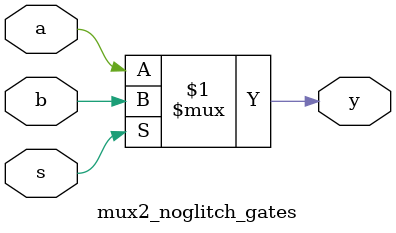
<source format=v>


module mux2_noglitch_gates (
  a,
  b,
  s,
  y
);

   input  a;
   input  b;
   input  s;
   output y;
   
   wire   a;
   wire   b;
   wire   s;
   wire   y;


   assign y = s ? b : a; 

endmodule // mux2_noglitch

</source>
